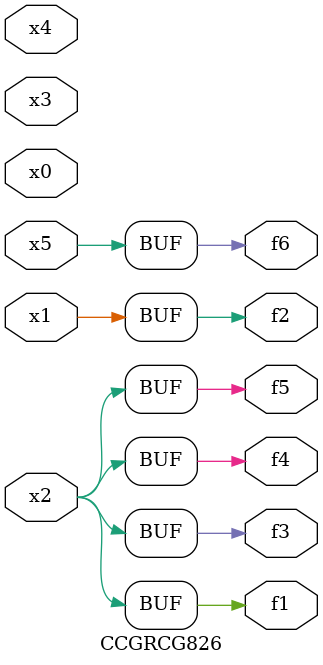
<source format=v>
module CCGRCG826(
	input x0, x1, x2, x3, x4, x5,
	output f1, f2, f3, f4, f5, f6
);
	assign f1 = x2;
	assign f2 = x1;
	assign f3 = x2;
	assign f4 = x2;
	assign f5 = x2;
	assign f6 = x5;
endmodule

</source>
